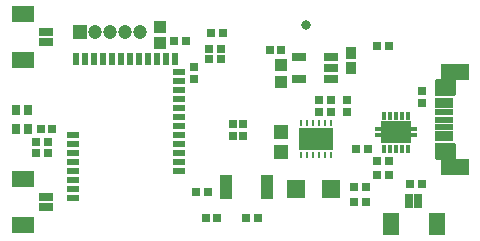
<source format=gts>
G04*
G04 #@! TF.GenerationSoftware,Altium Limited,Altium Designer,19.0.12 (326)*
G04*
G04 Layer_Color=8388736*
%FSLAX44Y44*%
%MOMM*%
G71*
G01*
G75*
%ADD21R,0.2500X0.5500*%
%ADD39R,1.1032X2.0032*%
%ADD40R,0.8032X0.7032*%
%ADD41R,0.7032X0.8032*%
%ADD42R,1.1032X1.0032*%
%ADD43R,2.9032X1.9032*%
%ADD44R,0.7032X0.9532*%
%ADD45R,0.8532X0.8532*%
%ADD46R,1.5532X0.6032*%
%ADD47R,1.5532X0.8532*%
%ADD48R,1.4032X1.9032*%
%ADD49R,0.7032X1.2032*%
%ADD50R,1.2032X0.4532*%
%ADD51R,2.6032X1.8532*%
%ADD52R,0.4532X0.8032*%
%ADD53R,0.9032X1.1032*%
%ADD54R,1.2032X0.8032*%
%ADD55R,0.6132X1.1132*%
%ADD56R,1.1132X0.6132*%
%ADD57R,1.2032X1.3032*%
%ADD58R,1.5032X1.5032*%
%ADD59R,1.2032X0.7032*%
%ADD60R,1.9032X1.4032*%
%ADD61C,0.8032*%
%ADD62C,1.2032*%
%ADD63R,1.2032X1.2032*%
G36*
X380843Y80009D02*
X380974Y79984D01*
X381100Y79941D01*
X381219Y79882D01*
X381330Y79808D01*
X381430Y79720D01*
X381518Y79620D01*
X381592Y79509D01*
X381651Y79390D01*
X381693Y79264D01*
X381720Y79133D01*
X381728Y79000D01*
Y66918D01*
X392210Y66918D01*
X392343Y66909D01*
X392473Y66884D01*
X392600Y66841D01*
X392719Y66782D01*
X392830Y66708D01*
X392930Y66620D01*
X393018Y66520D01*
X393092Y66409D01*
X393151Y66290D01*
X393194Y66164D01*
X393219Y66033D01*
X393228Y65900D01*
Y53900D01*
X393219Y53767D01*
X393194Y53636D01*
X393151Y53510D01*
X393092Y53391D01*
X393018Y53280D01*
X392930Y53180D01*
X392830Y53092D01*
X392719Y53018D01*
X392600Y52959D01*
X392473Y52916D01*
X392343Y52891D01*
X392210Y52882D01*
X370410Y52882D01*
X370277Y52891D01*
X370146Y52916D01*
X370020Y52959D01*
X369901Y53018D01*
X369790Y53092D01*
X369690Y53180D01*
X369602Y53280D01*
X369528Y53391D01*
X369469Y53510D01*
X369426Y53636D01*
X369400Y53767D01*
X369392Y53900D01*
Y65982D01*
X365410D01*
X365277Y65991D01*
X365146Y66017D01*
X365020Y66059D01*
X364901Y66118D01*
X364790Y66192D01*
X364690Y66280D01*
X364602Y66380D01*
X364528Y66491D01*
X364469Y66610D01*
X364426Y66736D01*
X364400Y66867D01*
X364392Y67000D01*
Y79000D01*
X364400Y79133D01*
X364426Y79264D01*
X364469Y79390D01*
X364528Y79509D01*
X364602Y79620D01*
X364690Y79720D01*
X364790Y79808D01*
X364901Y79882D01*
X365020Y79941D01*
X365146Y79984D01*
X365277Y80009D01*
X365410Y80018D01*
X380710D01*
X380843Y80009D01*
D02*
G37*
G36*
X392343Y147109D02*
X392473Y147084D01*
X392600Y147041D01*
X392719Y146982D01*
X392830Y146908D01*
X392930Y146820D01*
X393018Y146720D01*
X393092Y146609D01*
X393151Y146490D01*
X393194Y146363D01*
X393219Y146233D01*
X393228Y146100D01*
Y134100D01*
X393219Y133967D01*
X393194Y133836D01*
X393151Y133710D01*
X393092Y133591D01*
X393018Y133480D01*
X392930Y133380D01*
X392830Y133292D01*
X392719Y133218D01*
X392600Y133159D01*
X392473Y133117D01*
X392343Y133090D01*
X392210Y133082D01*
X381728D01*
Y121000D01*
X381720Y120867D01*
X381693Y120737D01*
X381651Y120610D01*
X381592Y120491D01*
X381518Y120380D01*
X381430Y120280D01*
X381330Y120192D01*
X381219Y120118D01*
X381100Y120059D01*
X380974Y120016D01*
X380843Y119991D01*
X380710Y119982D01*
X365410D01*
X365277Y119991D01*
X365146Y120016D01*
X365020Y120059D01*
X364901Y120118D01*
X364790Y120192D01*
X364690Y120280D01*
X364602Y120380D01*
X364528Y120491D01*
X364469Y120610D01*
X364426Y120737D01*
X364400Y120867D01*
X364392Y121000D01*
Y133000D01*
X364400Y133133D01*
X364426Y133264D01*
X364469Y133390D01*
X364528Y133509D01*
X364602Y133620D01*
X364690Y133720D01*
X364790Y133808D01*
X364901Y133882D01*
X365020Y133941D01*
X365146Y133983D01*
X365277Y134010D01*
X365410Y134018D01*
X369392D01*
Y146100D01*
X369400Y146233D01*
X369426Y146363D01*
X369469Y146490D01*
X369528Y146609D01*
X369602Y146720D01*
X369690Y146820D01*
X369790Y146908D01*
X369901Y146982D01*
X370020Y147041D01*
X370146Y147084D01*
X370277Y147109D01*
X370410Y147118D01*
X392210D01*
X392343Y147109D01*
D02*
G37*
D21*
X251190Y70059D02*
D03*
X256190D02*
D03*
X261190D02*
D03*
X266190D02*
D03*
X271190D02*
D03*
X276190D02*
D03*
X251190Y96659D02*
D03*
X256190D02*
D03*
X261190D02*
D03*
X266190D02*
D03*
X271190D02*
D03*
X276190D02*
D03*
D39*
X222250Y43180D02*
D03*
X187250D02*
D03*
D40*
X153590Y166370D02*
D03*
X143590D02*
D03*
X214550Y16400D02*
D03*
X204550D02*
D03*
X170100D02*
D03*
X180100D02*
D03*
X26670Y81280D02*
D03*
X36670D02*
D03*
X26670Y71800D02*
D03*
X36670D02*
D03*
X295990Y42499D02*
D03*
X305990D02*
D03*
X295982Y30530D02*
D03*
X305982D02*
D03*
X315040Y53340D02*
D03*
X325040D02*
D03*
X325210Y64770D02*
D03*
X315210D02*
D03*
X266190Y116380D02*
D03*
X276190D02*
D03*
X325040Y162436D02*
D03*
X315040D02*
D03*
X174960Y172920D02*
D03*
X184960D02*
D03*
X173100Y160020D02*
D03*
X183100D02*
D03*
X162260Y39000D02*
D03*
X172260D02*
D03*
X173100Y151000D02*
D03*
X183100D02*
D03*
X234288Y158959D02*
D03*
X224288D02*
D03*
X342980Y44999D02*
D03*
X352980D02*
D03*
X30360Y92250D02*
D03*
X40360D02*
D03*
X266190Y105999D02*
D03*
X276190D02*
D03*
X297441Y75300D02*
D03*
X307441D02*
D03*
D41*
X193040Y96440D02*
D03*
Y86440D02*
D03*
X201850Y96440D02*
D03*
Y86440D02*
D03*
X160060Y144109D02*
D03*
Y134109D02*
D03*
X353060Y114380D02*
D03*
Y124380D02*
D03*
X289560Y106760D02*
D03*
Y116760D02*
D03*
D42*
X131629Y178450D02*
D03*
Y164450D02*
D03*
X234038Y146109D02*
D03*
Y132109D02*
D03*
D43*
X263690Y83359D02*
D03*
D44*
X10000Y107750D02*
D03*
X20000D02*
D03*
X10000Y92250D02*
D03*
X20000D02*
D03*
D45*
X372610Y126400D02*
D03*
X371610Y73000D02*
D03*
D46*
X372110Y100000D02*
D03*
Y106500D02*
D03*
Y93500D02*
D03*
D47*
Y114250D02*
D03*
Y85750D02*
D03*
D48*
X365750Y11530D02*
D03*
X326750D02*
D03*
D49*
X350250Y31030D02*
D03*
X342250D02*
D03*
D50*
X319310Y91800D02*
D03*
Y86800D02*
D03*
X343310D02*
D03*
Y91800D02*
D03*
D51*
X331310Y89300D02*
D03*
D52*
X321310Y75300D02*
D03*
X326310D02*
D03*
X331310D02*
D03*
X336310D02*
D03*
X341310D02*
D03*
X321310Y103300D02*
D03*
X326310D02*
D03*
X331310D02*
D03*
X336310D02*
D03*
X341310D02*
D03*
D53*
X293060Y156360D02*
D03*
Y143360D02*
D03*
D54*
X249140Y134010D02*
D03*
Y153010D02*
D03*
X276640D02*
D03*
Y143510D02*
D03*
Y134010D02*
D03*
D55*
X83400Y151400D02*
D03*
X75800D02*
D03*
X60600D02*
D03*
X68200D02*
D03*
X98700D02*
D03*
X91100D02*
D03*
X106300D02*
D03*
X113800D02*
D03*
X144200D02*
D03*
X136700D02*
D03*
X121500D02*
D03*
X129100D02*
D03*
D56*
X57600Y33700D02*
D03*
Y41300D02*
D03*
Y56600D02*
D03*
Y48900D02*
D03*
Y79400D02*
D03*
Y87000D02*
D03*
Y71800D02*
D03*
Y64200D02*
D03*
X147400Y125100D02*
D03*
Y117500D02*
D03*
Y132800D02*
D03*
Y140400D02*
D03*
Y109900D02*
D03*
Y102300D02*
D03*
Y87000D02*
D03*
Y94700D02*
D03*
Y64200D02*
D03*
Y56600D02*
D03*
Y71800D02*
D03*
Y79400D02*
D03*
D57*
X233680Y89780D02*
D03*
Y72780D02*
D03*
D58*
X276611Y41499D02*
D03*
X246629D02*
D03*
D59*
X34750Y174000D02*
D03*
Y166000D02*
D03*
Y34000D02*
D03*
Y26000D02*
D03*
D60*
X15250Y189500D02*
D03*
Y150500D02*
D03*
Y49500D02*
D03*
Y10500D02*
D03*
D61*
X255000Y180000D02*
D03*
D62*
X114300Y174000D02*
D03*
X101600D02*
D03*
X88900D02*
D03*
X76200D02*
D03*
D63*
X63500D02*
D03*
M02*

</source>
